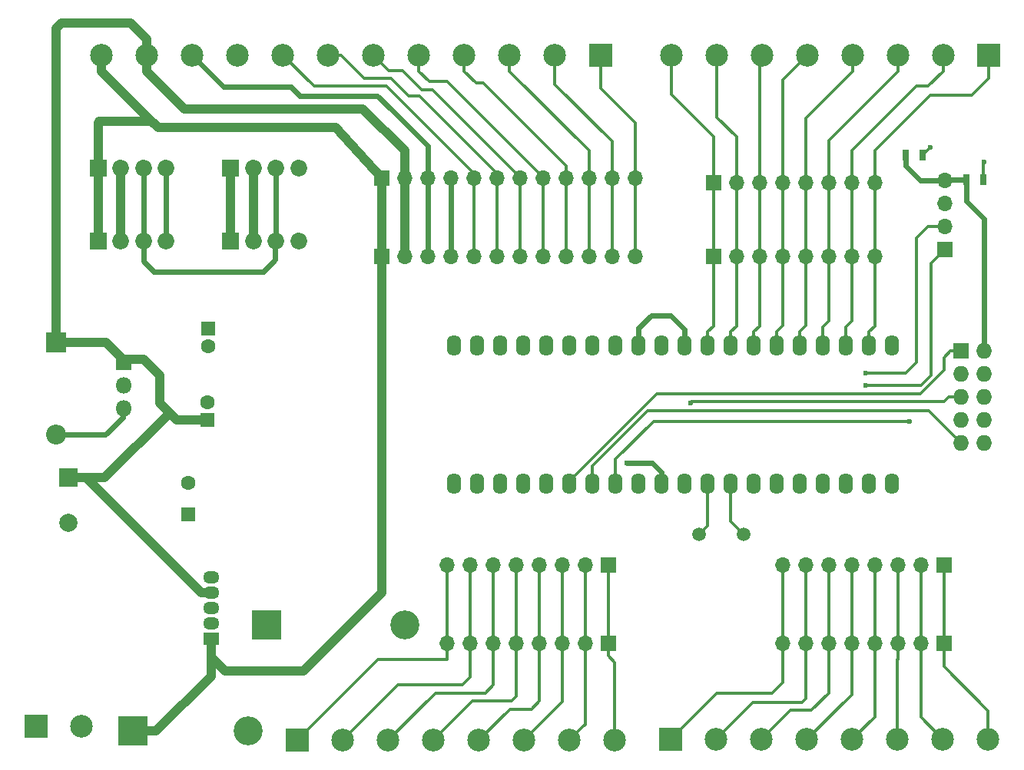
<source format=gbr>
G04 #@! TF.GenerationSoftware,KiCad,Pcbnew,5.0.1*
G04 #@! TF.CreationDate,2019-01-22T15:03:27+05:30*
G04 #@! TF.ProjectId,OpenPLC_V2,4F70656E504C435F56322E6B69636164,rev?*
G04 #@! TF.SameCoordinates,Original*
G04 #@! TF.FileFunction,Copper,L2,Bot,Signal*
G04 #@! TF.FilePolarity,Positive*
%FSLAX46Y46*%
G04 Gerber Fmt 4.6, Leading zero omitted, Abs format (unit mm)*
G04 Created by KiCad (PCBNEW 5.0.1) date Tue 22 Jan 2019 03:03:27 PM IST*
%MOMM*%
%LPD*%
G01*
G04 APERTURE LIST*
G04 #@! TA.AperFunction,ComponentPad*
%ADD10C,2.500000*%
G04 #@! TD*
G04 #@! TA.AperFunction,ComponentPad*
%ADD11R,2.500000X2.500000*%
G04 #@! TD*
G04 #@! TA.AperFunction,ComponentPad*
%ADD12C,1.501140*%
G04 #@! TD*
G04 #@! TA.AperFunction,ComponentPad*
%ADD13R,1.600000X1.600000*%
G04 #@! TD*
G04 #@! TA.AperFunction,ComponentPad*
%ADD14C,1.600000*%
G04 #@! TD*
G04 #@! TA.AperFunction,ComponentPad*
%ADD15O,2.200000X2.200000*%
G04 #@! TD*
G04 #@! TA.AperFunction,ComponentPad*
%ADD16R,2.200000X2.200000*%
G04 #@! TD*
G04 #@! TA.AperFunction,ComponentPad*
%ADD17R,1.727200X1.727200*%
G04 #@! TD*
G04 #@! TA.AperFunction,ComponentPad*
%ADD18O,1.727200X1.727200*%
G04 #@! TD*
G04 #@! TA.AperFunction,ComponentPad*
%ADD19R,1.700000X1.700000*%
G04 #@! TD*
G04 #@! TA.AperFunction,ComponentPad*
%ADD20O,1.700000X1.700000*%
G04 #@! TD*
G04 #@! TA.AperFunction,ComponentPad*
%ADD21O,1.800000X1.800000*%
G04 #@! TD*
G04 #@! TA.AperFunction,ComponentPad*
%ADD22R,1.800000X1.800000*%
G04 #@! TD*
G04 #@! TA.AperFunction,ComponentPad*
%ADD23O,3.200000X3.200000*%
G04 #@! TD*
G04 #@! TA.AperFunction,ComponentPad*
%ADD24R,3.200000X3.200000*%
G04 #@! TD*
G04 #@! TA.AperFunction,ComponentPad*
%ADD25C,2.000000*%
G04 #@! TD*
G04 #@! TA.AperFunction,ComponentPad*
%ADD26R,2.000000X2.000000*%
G04 #@! TD*
G04 #@! TA.AperFunction,SMDPad,CuDef*
%ADD27R,0.700000X1.300000*%
G04 #@! TD*
G04 #@! TA.AperFunction,ComponentPad*
%ADD28O,1.800000X1.350000*%
G04 #@! TD*
G04 #@! TA.AperFunction,ComponentPad*
%ADD29R,1.800000X1.350000*%
G04 #@! TD*
G04 #@! TA.AperFunction,ComponentPad*
%ADD30O,1.600000X2.300000*%
G04 #@! TD*
G04 #@! TA.AperFunction,ComponentPad*
%ADD31R,1.850000X1.850000*%
G04 #@! TD*
G04 #@! TA.AperFunction,ComponentPad*
%ADD32C,1.850000*%
G04 #@! TD*
G04 #@! TA.AperFunction,ViaPad*
%ADD33C,0.600000*%
G04 #@! TD*
G04 #@! TA.AperFunction,Conductor*
%ADD34C,1.000000*%
G04 #@! TD*
G04 #@! TA.AperFunction,Conductor*
%ADD35C,0.600000*%
G04 #@! TD*
G04 #@! TA.AperFunction,Conductor*
%ADD36C,0.350000*%
G04 #@! TD*
G04 APERTURE END LIST*
D10*
G04 #@! TO.P,P3,2*
G04 #@! TO.N,/A6*
X153242000Y-44831000D03*
D11*
G04 #@! TO.P,P3,1*
G04 #@! TO.N,/A7*
X158242000Y-44831000D03*
D10*
G04 #@! TO.P,P3,3*
G04 #@! TO.N,/A5*
X148242000Y-44831000D03*
G04 #@! TO.P,P3,4*
G04 #@! TO.N,/A4*
X143242000Y-44831000D03*
G04 #@! TO.P,P3,5*
G04 #@! TO.N,/A3*
X138242000Y-44831000D03*
G04 #@! TO.P,P3,6*
G04 #@! TO.N,/A2*
X133242000Y-44831000D03*
G04 #@! TO.P,P3,7*
G04 #@! TO.N,/A1*
X128242000Y-44831000D03*
G04 #@! TO.P,P3,8*
G04 #@! TO.N,/A0*
X123242000Y-44831000D03*
G04 #@! TO.P,P3,9*
G04 #@! TO.N,GND*
X118242000Y-44831000D03*
G04 #@! TO.P,P3,10*
G04 #@! TO.N,5V*
X113242000Y-44831000D03*
G04 #@! TO.P,P3,11*
G04 #@! TO.N,12V*
X108242000Y-44831000D03*
G04 #@! TO.P,P3,12*
G04 #@! TO.N,24V*
X103242000Y-44831000D03*
G04 #@! TD*
G04 #@! TO.P,P5,8*
G04 #@! TO.N,/C7*
X166041000Y-44831000D03*
G04 #@! TO.P,P5,7*
G04 #@! TO.N,/C6*
X171041000Y-44831000D03*
G04 #@! TO.P,P5,6*
G04 #@! TO.N,/C5*
X176041000Y-44831000D03*
G04 #@! TO.P,P5,5*
G04 #@! TO.N,/C4*
X181041000Y-44831000D03*
G04 #@! TO.P,P5,4*
G04 #@! TO.N,/C3*
X186041000Y-44831000D03*
G04 #@! TO.P,P5,3*
G04 #@! TO.N,/C2*
X191041000Y-44831000D03*
D11*
G04 #@! TO.P,P5,1*
G04 #@! TO.N,/C0*
X201041000Y-44831000D03*
D10*
G04 #@! TO.P,P5,2*
G04 #@! TO.N,/C1*
X196041000Y-44831000D03*
G04 #@! TD*
G04 #@! TO.P,P6,2*
G04 #@! TO.N,/TX*
X170989000Y-120269000D03*
D11*
G04 #@! TO.P,P6,1*
G04 #@! TO.N,/RX*
X165989000Y-120269000D03*
D10*
G04 #@! TO.P,P6,3*
G04 #@! TO.N,/D2*
X175989000Y-120269000D03*
G04 #@! TO.P,P6,4*
G04 #@! TO.N,/D3*
X180989000Y-120269000D03*
G04 #@! TO.P,P6,5*
G04 #@! TO.N,/D4*
X185989000Y-120269000D03*
G04 #@! TO.P,P6,6*
G04 #@! TO.N,/D5*
X190989000Y-120269000D03*
G04 #@! TO.P,P6,7*
G04 #@! TO.N,/D6*
X195989000Y-120269000D03*
G04 #@! TO.P,P6,8*
G04 #@! TO.N,/D7*
X200989000Y-120269000D03*
G04 #@! TD*
D12*
G04 #@! TO.P,Y1,1*
G04 #@! TO.N,Net-(C7-Pad2)*
X169136060Y-97663000D03*
G04 #@! TO.P,Y1,2*
G04 #@! TO.N,Net-(C8-Pad2)*
X174017940Y-97663000D03*
G04 #@! TD*
D10*
G04 #@! TO.P,powerIn1,2*
G04 #@! TO.N,24V*
X101012000Y-118872000D03*
D11*
G04 #@! TO.P,powerIn1,1*
G04 #@! TO.N,GND*
X96012000Y-118872000D03*
G04 #@! TD*
D13*
G04 #@! TO.P,C2,1*
G04 #@! TO.N,12V*
X114935000Y-85090000D03*
D14*
G04 #@! TO.P,C2,2*
G04 #@! TO.N,GND*
X114935000Y-83090000D03*
G04 #@! TD*
D15*
G04 #@! TO.P,D1,2*
G04 #@! TO.N,5V*
X98231960Y-86677500D03*
D16*
G04 #@! TO.P,D1,1*
G04 #@! TO.N,12V*
X98231960Y-76517500D03*
G04 #@! TD*
D17*
G04 #@! TO.P,CON2,1*
G04 #@! TO.N,/MOSI*
X197993000Y-77470000D03*
D18*
G04 #@! TO.P,CON2,2*
G04 #@! TO.N,5V*
X200533000Y-77470000D03*
G04 #@! TO.P,CON2,3*
G04 #@! TO.N,Net-(CON2-Pad3)*
X197993000Y-80010000D03*
G04 #@! TO.P,CON2,4*
G04 #@! TO.N,GND*
X200533000Y-80010000D03*
G04 #@! TO.P,CON2,5*
G04 #@! TO.N,/RST*
X197993000Y-82550000D03*
G04 #@! TO.P,CON2,6*
G04 #@! TO.N,GND*
X200533000Y-82550000D03*
G04 #@! TO.P,CON2,7*
G04 #@! TO.N,/SCK*
X197993000Y-85090000D03*
G04 #@! TO.P,CON2,8*
G04 #@! TO.N,GND*
X200533000Y-85090000D03*
G04 #@! TO.P,CON2,9*
G04 #@! TO.N,/MISO*
X197993000Y-87630000D03*
G04 #@! TO.P,CON2,10*
G04 #@! TO.N,GND*
X200533000Y-87630000D03*
G04 #@! TD*
D19*
G04 #@! TO.P,P14,1*
G04 #@! TO.N,/C7*
X170688000Y-58928000D03*
D20*
G04 #@! TO.P,P14,2*
G04 #@! TO.N,/C6*
X173228000Y-58928000D03*
G04 #@! TO.P,P14,3*
G04 #@! TO.N,/C5*
X175768000Y-58928000D03*
G04 #@! TO.P,P14,4*
G04 #@! TO.N,/C4*
X178308000Y-58928000D03*
G04 #@! TO.P,P14,5*
G04 #@! TO.N,/C3*
X180848000Y-58928000D03*
G04 #@! TO.P,P14,6*
G04 #@! TO.N,/C2*
X183388000Y-58928000D03*
G04 #@! TO.P,P14,7*
G04 #@! TO.N,/C1*
X185928000Y-58928000D03*
G04 #@! TO.P,P14,8*
G04 #@! TO.N,/C0*
X188468000Y-58928000D03*
G04 #@! TD*
G04 #@! TO.P,P15,8*
G04 #@! TO.N,/RX*
X178308000Y-109728000D03*
G04 #@! TO.P,P15,7*
G04 #@! TO.N,/TX*
X180848000Y-109728000D03*
G04 #@! TO.P,P15,6*
G04 #@! TO.N,/D2*
X183388000Y-109728000D03*
G04 #@! TO.P,P15,5*
G04 #@! TO.N,/D3*
X185928000Y-109728000D03*
G04 #@! TO.P,P15,4*
G04 #@! TO.N,/D4*
X188468000Y-109728000D03*
G04 #@! TO.P,P15,3*
G04 #@! TO.N,/D5*
X191008000Y-109728000D03*
G04 #@! TO.P,P15,2*
G04 #@! TO.N,/D6*
X193548000Y-109728000D03*
D19*
G04 #@! TO.P,P15,1*
G04 #@! TO.N,/D7*
X196088000Y-109728000D03*
G04 #@! TD*
D20*
G04 #@! TO.P,P9,12*
G04 #@! TO.N,/A7*
X162052000Y-67056000D03*
G04 #@! TO.P,P9,11*
G04 #@! TO.N,/A6*
X159512000Y-67056000D03*
G04 #@! TO.P,P9,10*
G04 #@! TO.N,/A5*
X156972000Y-67056000D03*
G04 #@! TO.P,P9,9*
G04 #@! TO.N,/A4*
X154432000Y-67056000D03*
G04 #@! TO.P,P9,8*
G04 #@! TO.N,/A3*
X151892000Y-67056000D03*
G04 #@! TO.P,P9,7*
G04 #@! TO.N,/A2*
X149352000Y-67056000D03*
G04 #@! TO.P,P9,6*
G04 #@! TO.N,/A1*
X146812000Y-67056000D03*
G04 #@! TO.P,P9,5*
G04 #@! TO.N,/A0*
X144272000Y-67056000D03*
G04 #@! TO.P,P9,4*
G04 #@! TO.N,GND*
X141732000Y-67056000D03*
G04 #@! TO.P,P9,3*
G04 #@! TO.N,5V*
X139192000Y-67056000D03*
G04 #@! TO.P,P9,2*
G04 #@! TO.N,12V*
X136652000Y-67056000D03*
D19*
G04 #@! TO.P,P9,1*
G04 #@! TO.N,24V*
X134112000Y-67056000D03*
G04 #@! TD*
D20*
G04 #@! TO.P,P8,8*
G04 #@! TO.N,/B0*
X141376400Y-101092000D03*
G04 #@! TO.P,P8,7*
G04 #@! TO.N,/B1*
X143916400Y-101092000D03*
G04 #@! TO.P,P8,6*
G04 #@! TO.N,/B2*
X146456400Y-101092000D03*
G04 #@! TO.P,P8,5*
G04 #@! TO.N,/B3*
X148996400Y-101092000D03*
G04 #@! TO.P,P8,4*
G04 #@! TO.N,/B4*
X151536400Y-101092000D03*
G04 #@! TO.P,P8,3*
G04 #@! TO.N,/MOSI*
X154076400Y-101092000D03*
G04 #@! TO.P,P8,2*
G04 #@! TO.N,/MISO*
X156616400Y-101092000D03*
D19*
G04 #@! TO.P,P8,1*
G04 #@! TO.N,/SCK*
X159156400Y-101092000D03*
G04 #@! TD*
D20*
G04 #@! TO.P,P12,12*
G04 #@! TO.N,/A7*
X162052000Y-58420000D03*
G04 #@! TO.P,P12,11*
G04 #@! TO.N,/A6*
X159512000Y-58420000D03*
G04 #@! TO.P,P12,10*
G04 #@! TO.N,/A5*
X156972000Y-58420000D03*
G04 #@! TO.P,P12,9*
G04 #@! TO.N,/A4*
X154432000Y-58420000D03*
G04 #@! TO.P,P12,8*
G04 #@! TO.N,/A3*
X151892000Y-58420000D03*
G04 #@! TO.P,P12,7*
G04 #@! TO.N,/A2*
X149352000Y-58420000D03*
G04 #@! TO.P,P12,6*
G04 #@! TO.N,/A1*
X146812000Y-58420000D03*
G04 #@! TO.P,P12,5*
G04 #@! TO.N,/A0*
X144272000Y-58420000D03*
G04 #@! TO.P,P12,4*
G04 #@! TO.N,GND*
X141732000Y-58420000D03*
G04 #@! TO.P,P12,3*
G04 #@! TO.N,5V*
X139192000Y-58420000D03*
G04 #@! TO.P,P12,2*
G04 #@! TO.N,12V*
X136652000Y-58420000D03*
D19*
G04 #@! TO.P,P12,1*
G04 #@! TO.N,24V*
X134112000Y-58420000D03*
G04 #@! TD*
D21*
G04 #@! TO.P,U1,3*
G04 #@! TO.N,5V*
X105664000Y-83820000D03*
G04 #@! TO.P,U1,2*
G04 #@! TO.N,GND*
X105664000Y-81280000D03*
D22*
G04 #@! TO.P,U1,1*
G04 #@! TO.N,12V*
X105664000Y-78740000D03*
G04 #@! TD*
D20*
G04 #@! TO.P,P7,4*
G04 #@! TO.N,5V*
X196215000Y-58674000D03*
G04 #@! TO.P,P7,3*
G04 #@! TO.N,GND*
X196215000Y-61214000D03*
G04 #@! TO.P,P7,2*
G04 #@! TO.N,/RX*
X196215000Y-63754000D03*
D19*
G04 #@! TO.P,P7,1*
G04 #@! TO.N,/TX*
X196215000Y-66294000D03*
G04 #@! TD*
D23*
G04 #@! TO.P,D3,2*
G04 #@! TO.N,GND*
X136652000Y-107696000D03*
D24*
G04 #@! TO.P,D3,1*
G04 #@! TO.N,Net-(D3-Pad1)*
X121412000Y-107696000D03*
G04 #@! TD*
D19*
G04 #@! TO.P,P10,1*
G04 #@! TO.N,/C7*
X170688000Y-67056000D03*
D20*
G04 #@! TO.P,P10,2*
G04 #@! TO.N,/C6*
X173228000Y-67056000D03*
G04 #@! TO.P,P10,3*
G04 #@! TO.N,/C5*
X175768000Y-67056000D03*
G04 #@! TO.P,P10,4*
G04 #@! TO.N,/C4*
X178308000Y-67056000D03*
G04 #@! TO.P,P10,5*
G04 #@! TO.N,/C3*
X180848000Y-67056000D03*
G04 #@! TO.P,P10,6*
G04 #@! TO.N,/C2*
X183388000Y-67056000D03*
G04 #@! TO.P,P10,7*
G04 #@! TO.N,/C1*
X185928000Y-67056000D03*
G04 #@! TO.P,P10,8*
G04 #@! TO.N,/C0*
X188468000Y-67056000D03*
G04 #@! TD*
D25*
G04 #@! TO.P,Cout1,2*
G04 #@! TO.N,GND*
X99568000Y-96440000D03*
D26*
G04 #@! TO.P,Cout1,1*
G04 #@! TO.N,12V*
X99568000Y-91440000D03*
G04 #@! TD*
D10*
G04 #@! TO.P,P4,2*
G04 #@! TO.N,/B1*
X129841000Y-120396000D03*
D11*
G04 #@! TO.P,P4,1*
G04 #@! TO.N,/B0*
X124841000Y-120396000D03*
D10*
G04 #@! TO.P,P4,3*
G04 #@! TO.N,/B2*
X134841000Y-120396000D03*
G04 #@! TO.P,P4,4*
G04 #@! TO.N,/B3*
X139841000Y-120396000D03*
G04 #@! TO.P,P4,5*
G04 #@! TO.N,/B4*
X144841000Y-120396000D03*
G04 #@! TO.P,P4,6*
G04 #@! TO.N,/MOSI*
X149841000Y-120396000D03*
G04 #@! TO.P,P4,7*
G04 #@! TO.N,/MISO*
X154841000Y-120396000D03*
G04 #@! TO.P,P4,8*
G04 #@! TO.N,/SCK*
X159841000Y-120396000D03*
G04 #@! TD*
D13*
G04 #@! TO.P,C3,1*
G04 #@! TO.N,5V*
X114998500Y-74962000D03*
D14*
G04 #@! TO.P,C3,2*
G04 #@! TO.N,GND*
X114998500Y-76962000D03*
G04 #@! TD*
D27*
G04 #@! TO.P,R4,1*
G04 #@! TO.N,Net-(D36-Pad2)*
X193799500Y-55816500D03*
G04 #@! TO.P,R4,2*
G04 #@! TO.N,5V*
X191899500Y-55816500D03*
G04 #@! TD*
D23*
G04 #@! TO.P,D4,2*
G04 #@! TO.N,GND*
X119380000Y-119380000D03*
D24*
G04 #@! TO.P,D4,1*
G04 #@! TO.N,24V*
X106680000Y-119380000D03*
G04 #@! TD*
D13*
G04 #@! TO.P,Cin1,1*
G04 #@! TO.N,24V*
X112776000Y-95504000D03*
D14*
G04 #@! TO.P,Cin1,2*
G04 #@! TO.N,GND*
X112776000Y-92004000D03*
G04 #@! TD*
D28*
G04 #@! TO.P,Regulator1,5*
G04 #@! TO.N,GND*
X115316000Y-102420000D03*
G04 #@! TO.P,Regulator1,4*
G04 #@! TO.N,12V*
X115316000Y-104120000D03*
G04 #@! TO.P,Regulator1,3*
G04 #@! TO.N,GND*
X115316000Y-105820000D03*
G04 #@! TO.P,Regulator1,2*
G04 #@! TO.N,Net-(D3-Pad1)*
X115316000Y-107520000D03*
D29*
G04 #@! TO.P,Regulator1,1*
G04 #@! TO.N,24V*
X115316000Y-109220000D03*
G04 #@! TD*
D30*
G04 #@! TO.P,IC1,1*
G04 #@! TO.N,/B0*
X142113000Y-92075000D03*
G04 #@! TO.P,IC1,2*
G04 #@! TO.N,/B1*
X144653000Y-92075000D03*
G04 #@! TO.P,IC1,3*
G04 #@! TO.N,/B2*
X147193000Y-92075000D03*
G04 #@! TO.P,IC1,4*
G04 #@! TO.N,/B3*
X149733000Y-92075000D03*
G04 #@! TO.P,IC1,5*
G04 #@! TO.N,/B4*
X152273000Y-92075000D03*
G04 #@! TO.P,IC1,6*
G04 #@! TO.N,/MOSI*
X154813000Y-92075000D03*
G04 #@! TO.P,IC1,7*
G04 #@! TO.N,/MISO*
X157353000Y-92075000D03*
G04 #@! TO.P,IC1,8*
G04 #@! TO.N,/SCK*
X159893000Y-92075000D03*
G04 #@! TO.P,IC1,9*
G04 #@! TO.N,/RST*
X162433000Y-92075000D03*
G04 #@! TO.P,IC1,10*
G04 #@! TO.N,5V*
X164973000Y-92075000D03*
G04 #@! TO.P,IC1,11*
G04 #@! TO.N,GND*
X167513000Y-92075000D03*
G04 #@! TO.P,IC1,12*
G04 #@! TO.N,Net-(C7-Pad2)*
X170053000Y-92075000D03*
G04 #@! TO.P,IC1,13*
G04 #@! TO.N,Net-(C8-Pad2)*
X172593000Y-92075000D03*
G04 #@! TO.P,IC1,14*
G04 #@! TO.N,/RX*
X175133000Y-92075000D03*
G04 #@! TO.P,IC1,15*
G04 #@! TO.N,/TX*
X177673000Y-92075000D03*
G04 #@! TO.P,IC1,16*
G04 #@! TO.N,/D2*
X180213000Y-92075000D03*
G04 #@! TO.P,IC1,17*
G04 #@! TO.N,/D3*
X182753000Y-92075000D03*
G04 #@! TO.P,IC1,18*
G04 #@! TO.N,/D4*
X185293000Y-92075000D03*
G04 #@! TO.P,IC1,19*
G04 #@! TO.N,/D5*
X187833000Y-92075000D03*
G04 #@! TO.P,IC1,20*
G04 #@! TO.N,/D6*
X190373000Y-92075000D03*
G04 #@! TO.P,IC1,21*
G04 #@! TO.N,/D7*
X190373000Y-76835000D03*
G04 #@! TO.P,IC1,22*
G04 #@! TO.N,/C0*
X187833000Y-76835000D03*
G04 #@! TO.P,IC1,23*
G04 #@! TO.N,/C1*
X185293000Y-76835000D03*
G04 #@! TO.P,IC1,24*
G04 #@! TO.N,/C2*
X182753000Y-76835000D03*
G04 #@! TO.P,IC1,25*
G04 #@! TO.N,/C3*
X180213000Y-76835000D03*
G04 #@! TO.P,IC1,26*
G04 #@! TO.N,/C4*
X177673000Y-76835000D03*
G04 #@! TO.P,IC1,27*
G04 #@! TO.N,/C5*
X175133000Y-76835000D03*
G04 #@! TO.P,IC1,28*
G04 #@! TO.N,/C6*
X172593000Y-76835000D03*
G04 #@! TO.P,IC1,29*
G04 #@! TO.N,/C7*
X170053000Y-76835000D03*
G04 #@! TO.P,IC1,30*
G04 #@! TO.N,5V*
X167513000Y-76835000D03*
G04 #@! TO.P,IC1,31*
G04 #@! TO.N,GND*
X164973000Y-76835000D03*
G04 #@! TO.P,IC1,32*
G04 #@! TO.N,5V*
X162433000Y-76835000D03*
G04 #@! TO.P,IC1,33*
G04 #@! TO.N,/A7*
X159893000Y-76835000D03*
G04 #@! TO.P,IC1,34*
G04 #@! TO.N,/A6*
X157353000Y-76835000D03*
G04 #@! TO.P,IC1,35*
G04 #@! TO.N,/A5*
X154813000Y-76835000D03*
G04 #@! TO.P,IC1,36*
G04 #@! TO.N,/A4*
X152273000Y-76835000D03*
G04 #@! TO.P,IC1,37*
G04 #@! TO.N,/A3*
X149733000Y-76835000D03*
G04 #@! TO.P,IC1,38*
G04 #@! TO.N,/A2*
X147193000Y-76835000D03*
G04 #@! TO.P,IC1,39*
G04 #@! TO.N,/A1*
X144653000Y-76835000D03*
G04 #@! TO.P,IC1,40*
G04 #@! TO.N,/A0*
X142113000Y-76835000D03*
G04 #@! TD*
D31*
G04 #@! TO.P,J4,1*
G04 #@! TO.N,24V*
X117500400Y-65303400D03*
D32*
G04 #@! TO.P,J4,2*
G04 #@! TO.N,12V*
X120000400Y-65303400D03*
G04 #@! TO.P,J4,3*
G04 #@! TO.N,5V*
X122500400Y-65303400D03*
G04 #@! TO.P,J4,4*
G04 #@! TO.N,GND*
X125000400Y-65303400D03*
G04 #@! TD*
D31*
G04 #@! TO.P,J3,1*
G04 #@! TO.N,24V*
X102870000Y-65303400D03*
D32*
G04 #@! TO.P,J3,2*
G04 #@! TO.N,12V*
X105370000Y-65303400D03*
G04 #@! TO.P,J3,3*
G04 #@! TO.N,5V*
X107870000Y-65303400D03*
G04 #@! TO.P,J3,4*
G04 #@! TO.N,GND*
X110370000Y-65303400D03*
G04 #@! TD*
D20*
G04 #@! TO.P,P11,8*
G04 #@! TO.N,/RX*
X178308000Y-101092000D03*
G04 #@! TO.P,P11,7*
G04 #@! TO.N,/TX*
X180848000Y-101092000D03*
G04 #@! TO.P,P11,6*
G04 #@! TO.N,/D2*
X183388000Y-101092000D03*
G04 #@! TO.P,P11,5*
G04 #@! TO.N,/D3*
X185928000Y-101092000D03*
G04 #@! TO.P,P11,4*
G04 #@! TO.N,/D4*
X188468000Y-101092000D03*
G04 #@! TO.P,P11,3*
G04 #@! TO.N,/D5*
X191008000Y-101092000D03*
G04 #@! TO.P,P11,2*
G04 #@! TO.N,/D6*
X193548000Y-101092000D03*
D19*
G04 #@! TO.P,P11,1*
G04 #@! TO.N,/D7*
X196088000Y-101092000D03*
G04 #@! TD*
D20*
G04 #@! TO.P,P13,8*
G04 #@! TO.N,/B0*
X141376400Y-109728000D03*
G04 #@! TO.P,P13,7*
G04 #@! TO.N,/B1*
X143916400Y-109728000D03*
G04 #@! TO.P,P13,6*
G04 #@! TO.N,/B2*
X146456400Y-109728000D03*
G04 #@! TO.P,P13,5*
G04 #@! TO.N,/B3*
X148996400Y-109728000D03*
G04 #@! TO.P,P13,4*
G04 #@! TO.N,/B4*
X151536400Y-109728000D03*
G04 #@! TO.P,P13,3*
G04 #@! TO.N,/MOSI*
X154076400Y-109728000D03*
G04 #@! TO.P,P13,2*
G04 #@! TO.N,/MISO*
X156616400Y-109728000D03*
D19*
G04 #@! TO.P,P13,1*
G04 #@! TO.N,/SCK*
X159156400Y-109728000D03*
G04 #@! TD*
D31*
G04 #@! TO.P,J1,1*
G04 #@! TO.N,24V*
X102870000Y-57327800D03*
D32*
G04 #@! TO.P,J1,2*
G04 #@! TO.N,12V*
X105370000Y-57327800D03*
G04 #@! TO.P,J1,3*
G04 #@! TO.N,5V*
X107870000Y-57327800D03*
G04 #@! TO.P,J1,4*
G04 #@! TO.N,GND*
X110370000Y-57327800D03*
G04 #@! TD*
D27*
G04 #@! TO.P,R5,1*
G04 #@! TO.N,Net-(D37-Pad2)*
X200467000Y-58547000D03*
G04 #@! TO.P,R5,2*
G04 #@! TO.N,5V*
X198567000Y-58547000D03*
G04 #@! TD*
D32*
G04 #@! TO.P,J2,4*
G04 #@! TO.N,GND*
X125000400Y-57327800D03*
G04 #@! TO.P,J2,3*
G04 #@! TO.N,5V*
X122500400Y-57327800D03*
G04 #@! TO.P,J2,2*
G04 #@! TO.N,12V*
X120000400Y-57327800D03*
D31*
G04 #@! TO.P,J2,1*
G04 #@! TO.N,24V*
X117500400Y-57327800D03*
G04 #@! TD*
D33*
G04 #@! TO.N,5V*
X161163000Y-89789000D03*
G04 #@! TO.N,/RST*
X168148000Y-83185000D03*
G04 #@! TO.N,/SCK*
X192278000Y-85217000D03*
G04 #@! TO.N,/RX*
X187452000Y-79883000D03*
G04 #@! TO.N,/TX*
X187452000Y-81280000D03*
G04 #@! TO.N,Net-(D36-Pad2)*
X194564000Y-54991000D03*
G04 #@! TO.N,Net-(D37-Pad2)*
X200533000Y-56642000D03*
G04 #@! TD*
D34*
G04 #@! TO.N,12V*
X127000000Y-50774600D02*
X132054600Y-50774600D01*
X112417834Y-50774600D02*
X127000000Y-50774600D01*
X108242000Y-44831000D02*
X108242000Y-46598766D01*
X108242000Y-46598766D02*
X112417834Y-50774600D01*
X99568000Y-91440000D02*
X103568500Y-91440000D01*
X103568500Y-91440000D02*
X110744000Y-84264500D01*
X99568000Y-91440000D02*
X101568000Y-91440000D01*
X101568000Y-91440000D02*
X114248000Y-104120000D01*
X114248000Y-104120000D02*
X115316000Y-104120000D01*
X136652000Y-58420000D02*
X136652000Y-67056000D01*
X110744000Y-84264500D02*
X111569500Y-85090000D01*
X109664500Y-83185000D02*
X110744000Y-84264500D01*
X132054600Y-50774600D02*
X136652000Y-55372000D01*
X136652000Y-55372000D02*
X136652000Y-58420000D01*
D35*
X108242000Y-44831000D02*
X108242000Y-44488000D01*
D34*
X136779000Y-58547000D02*
X136652000Y-58420000D01*
D35*
X136779000Y-58547000D02*
X136652000Y-58420000D01*
D34*
X103759000Y-76517500D02*
X105600500Y-78359000D01*
X98234500Y-76517500D02*
X103759000Y-76517500D01*
X107909998Y-78359000D02*
X109664500Y-80113502D01*
X105600500Y-78359000D02*
X107909998Y-78359000D01*
X109664500Y-80113502D02*
X109664500Y-83185000D01*
X111569500Y-85090000D02*
X114935000Y-85090000D01*
X108242000Y-43063234D02*
X106453766Y-41275000D01*
X108242000Y-44831000D02*
X108242000Y-43063234D01*
X106453766Y-41275000D02*
X98856800Y-41275000D01*
X98234500Y-41897300D02*
X98234500Y-76517500D01*
X98856800Y-41275000D02*
X98234500Y-41897300D01*
X105370000Y-65303400D02*
X105370000Y-57327800D01*
X119898800Y-57683400D02*
X120000400Y-57581800D01*
X114871500Y-85153500D02*
X114935000Y-85090000D01*
X120000400Y-57327800D02*
X120000400Y-65303400D01*
D35*
G04 #@! TO.N,GND*
X141859000Y-58547000D02*
X141732000Y-58420000D01*
X141732000Y-67056000D02*
X141732000Y-58420000D01*
X110370000Y-57327800D02*
X110370000Y-65303400D01*
G04 #@! TO.N,5V*
X191899500Y-55816500D02*
X191899500Y-57066500D01*
X191899500Y-57066500D02*
X193507000Y-58674000D01*
X193507000Y-58674000D02*
X194599000Y-58674000D01*
X139192000Y-58420000D02*
X139192000Y-67056000D01*
X98234500Y-86677500D02*
X103712570Y-86677500D01*
X103712570Y-86677500D02*
X105600500Y-84789570D01*
X198567000Y-58547000D02*
X198567000Y-60899000D01*
X198567000Y-60899000D02*
X200533000Y-62865000D01*
X198567000Y-58547000D02*
X196342000Y-58547000D01*
X196342000Y-58547000D02*
X196215000Y-58674000D01*
X167513000Y-75057000D02*
X167513000Y-76835000D01*
X165989000Y-73533000D02*
X167513000Y-75057000D01*
X163830000Y-73533000D02*
X165989000Y-73533000D01*
X162433000Y-74930000D02*
X163830000Y-73533000D01*
X162433000Y-76835000D02*
X162433000Y-74930000D01*
X163957000Y-89789000D02*
X161163000Y-89789000D01*
X164973000Y-90805000D02*
X163957000Y-89789000D01*
X164973000Y-92075000D02*
X164973000Y-90805000D01*
X198440000Y-58674000D02*
X198567000Y-58547000D01*
X200533000Y-62865000D02*
X200533000Y-77470000D01*
X125120400Y-49301400D02*
X132588000Y-49301400D01*
X116747200Y-48336200D02*
X113242000Y-44831000D01*
X124155200Y-48336200D02*
X116747200Y-48336200D01*
X124155200Y-48336200D02*
X125120400Y-49301400D01*
X113242000Y-44831000D02*
X113242000Y-45043000D01*
X107870000Y-57327800D02*
X107870000Y-65303400D01*
X105600500Y-84789570D02*
X105600500Y-83883500D01*
X105600500Y-83883500D02*
X105664000Y-83820000D01*
X105600500Y-84789570D02*
X105600500Y-84762001D01*
X107870000Y-65303400D02*
X107870000Y-67534800D01*
X107870000Y-67534800D02*
X109016800Y-68681600D01*
X109016800Y-68681600D02*
X121107200Y-68681600D01*
X121107200Y-68681600D02*
X122398800Y-67390000D01*
X122398800Y-67390000D02*
X122398800Y-65252600D01*
X194599000Y-58674000D02*
X196215000Y-58674000D01*
X139192000Y-54864000D02*
X135128000Y-50800000D01*
X133629400Y-49301400D02*
X132588000Y-49301400D01*
X133629400Y-49301400D02*
X135128000Y-50800000D01*
X139192000Y-58420000D02*
X139192000Y-54864000D01*
X122500400Y-58635947D02*
X122500400Y-65303400D01*
X122500400Y-57327800D02*
X122500400Y-58635947D01*
D36*
G04 #@! TO.N,Net-(C7-Pad2)*
X170053000Y-92075000D02*
X170053000Y-96746060D01*
X170053000Y-96746060D02*
X169136060Y-97663000D01*
G04 #@! TO.N,Net-(C8-Pad2)*
X172593000Y-96238060D02*
X174017940Y-97663000D01*
X172593000Y-92075000D02*
X172593000Y-96238060D01*
G04 #@! TO.N,/MOSI*
X154813000Y-92075000D02*
X154813000Y-91821000D01*
X154813000Y-91821000D02*
X164465000Y-82169000D01*
X196779400Y-77470000D02*
X197993000Y-77470000D01*
X164465000Y-82169000D02*
X193507542Y-82169000D01*
X196088000Y-79588542D02*
X196088000Y-78161400D01*
X193507542Y-82169000D02*
X196088000Y-79588542D01*
X196088000Y-78161400D02*
X196779400Y-77470000D01*
X154076400Y-109728000D02*
X154076400Y-108362000D01*
X154076400Y-108362000D02*
X154076400Y-101092000D01*
X149841000Y-120396000D02*
X154076400Y-116160600D01*
X154076400Y-116160600D02*
X154076400Y-109728000D01*
G04 #@! TO.N,/RST*
X196596000Y-82550000D02*
X197993000Y-82550000D01*
X168275000Y-83058000D02*
X196088000Y-83058000D01*
X196088000Y-83058000D02*
X196596000Y-82550000D01*
X168148000Y-83185000D02*
X168275000Y-83058000D01*
G04 #@! TO.N,/SCK*
X159156400Y-111094000D02*
X159156400Y-109728000D01*
X159841000Y-120396000D02*
X159841000Y-111778600D01*
X159841000Y-111778600D02*
X159156400Y-111094000D01*
X159156400Y-109728000D02*
X159156400Y-101092000D01*
X164084000Y-85217000D02*
X192278000Y-85217000D01*
X159893000Y-89408000D02*
X164084000Y-85217000D01*
X159893000Y-92075000D02*
X159893000Y-89408000D01*
G04 #@! TO.N,/MISO*
X157353000Y-90170000D02*
X163449000Y-84074000D01*
X194437000Y-84074000D02*
X197993000Y-87630000D01*
X156365000Y-118872000D02*
X154841000Y-120396000D01*
X156591000Y-118646000D02*
X156365000Y-118872000D01*
X156616400Y-118620600D02*
X156365000Y-118872000D01*
X156616400Y-109728000D02*
X156616400Y-118620600D01*
X156616400Y-109728000D02*
X156616400Y-106680000D01*
X156616400Y-106045000D02*
X156616400Y-106680000D01*
X156616400Y-106680000D02*
X156616400Y-101092000D01*
X157353000Y-92075000D02*
X157353000Y-91186000D01*
X163449000Y-84074000D02*
X194437000Y-84074000D01*
X157353000Y-92075000D02*
X157353000Y-90170000D01*
G04 #@! TO.N,/RX*
X193040000Y-78740000D02*
X193040000Y-65024000D01*
X187452000Y-79883000D02*
X191897000Y-79883000D01*
X194310000Y-63754000D02*
X196215000Y-63754000D01*
X175133000Y-92075000D02*
X175133000Y-92329000D01*
X191897000Y-79883000D02*
X193040000Y-78740000D01*
X193040000Y-65024000D02*
X194310000Y-63754000D01*
X178308000Y-107772200D02*
X178308000Y-112268000D01*
X178308000Y-107696000D02*
X178308000Y-107772200D01*
X178308000Y-114046000D02*
X177165000Y-115189000D01*
X177165000Y-115189000D02*
X171069000Y-115189000D01*
X171069000Y-115189000D02*
X165989000Y-120269000D01*
X178308000Y-112268000D02*
X178308000Y-114046000D01*
X178308000Y-107772200D02*
X178308000Y-101092000D01*
G04 #@! TO.N,/TX*
X194691000Y-80137000D02*
X194691000Y-67818000D01*
X193548000Y-81280000D02*
X194691000Y-80137000D01*
X180848000Y-108432600D02*
X180848000Y-107696000D01*
X194691000Y-67818000D02*
X196215000Y-66294000D01*
X187452000Y-81280000D02*
X193548000Y-81280000D01*
X180848000Y-107873800D02*
X180848000Y-112268000D01*
X180848000Y-107696000D02*
X180848000Y-107873800D01*
X180848000Y-115824000D02*
X180467000Y-116205000D01*
X180467000Y-116205000D02*
X175053000Y-116205000D01*
X175053000Y-116205000D02*
X170989000Y-120269000D01*
X180848000Y-112268000D02*
X180848000Y-115824000D01*
X180848000Y-107873800D02*
X180848000Y-101092000D01*
D34*
G04 #@! TO.N,24V*
X134112000Y-67056000D02*
X134112000Y-104140000D01*
X115316000Y-110236000D02*
X115316000Y-109220000D01*
X115316000Y-111252000D02*
X115316000Y-110236000D01*
X106680000Y-119380000D02*
X109280000Y-119380000D01*
X115316000Y-113344000D02*
X115316000Y-110236000D01*
X109280000Y-119380000D02*
X115316000Y-113344000D01*
X116840000Y-112776000D02*
X115316000Y-111252000D01*
X134112000Y-58420000D02*
X134112000Y-67056000D01*
X108356400Y-51713166D02*
X109475234Y-52832000D01*
X129073400Y-52832000D02*
X134112000Y-58420000D01*
D35*
X134239000Y-58547000D02*
X134112000Y-58420000D01*
D34*
X102997000Y-44831000D02*
X103242000Y-44831000D01*
X103242000Y-44831000D02*
X103242000Y-45330000D01*
X109475234Y-52832000D02*
X129073400Y-52832000D01*
X103242000Y-44831000D02*
X103242000Y-46598766D01*
X103242000Y-46598766D02*
X108356400Y-51713166D01*
X102870000Y-65303400D02*
X102870000Y-57327800D01*
X117500400Y-65151000D02*
X117398800Y-65252600D01*
X102870000Y-57327800D02*
X102870000Y-52298600D01*
X134112000Y-104140000D02*
X125476000Y-112776000D01*
X125476000Y-112776000D02*
X116840000Y-112776000D01*
X102870000Y-52298600D02*
X103022400Y-52146200D01*
X108789434Y-52146200D02*
X109475234Y-52832000D01*
X103022400Y-52146200D02*
X108789434Y-52146200D01*
X117500400Y-65303400D02*
X117500400Y-57327800D01*
D36*
G04 #@! TO.N,Net-(D36-Pad2)*
X193736000Y-55819000D02*
X194564000Y-54991000D01*
X193736000Y-55880000D02*
X193736000Y-55819000D01*
G04 #@! TO.N,Net-(D37-Pad2)*
X200467000Y-56708000D02*
X200533000Y-56642000D01*
X200467000Y-58547000D02*
X200467000Y-56708000D01*
G04 #@! TO.N,/B0*
X141376400Y-106045000D02*
X141376400Y-106680000D01*
X141376400Y-106680000D02*
X141376400Y-111480600D01*
X141376400Y-106680000D02*
X141376400Y-101092000D01*
X133756400Y-111480600D02*
X124841000Y-120396000D01*
X141376400Y-111480600D02*
X133756400Y-111480600D01*
G04 #@! TO.N,/B1*
X143916400Y-107188000D02*
X143916400Y-109728000D01*
X135937000Y-114300000D02*
X143002000Y-114300000D01*
X129841000Y-120396000D02*
X135937000Y-114300000D01*
X143002000Y-114300000D02*
X143916400Y-113385600D01*
X143916400Y-113385600D02*
X143916400Y-109728000D01*
X143916400Y-106045000D02*
X143916400Y-107188000D01*
X143916400Y-107188000D02*
X143916400Y-101092000D01*
G04 #@! TO.N,/B2*
X140048000Y-115189000D02*
X145576998Y-115189000D01*
X134841000Y-120396000D02*
X140048000Y-115189000D01*
X146456400Y-114309598D02*
X146456400Y-109728000D01*
X145576998Y-115189000D02*
X146456400Y-114309598D01*
X146456400Y-106680000D02*
X146456400Y-109728000D01*
X146456400Y-106045000D02*
X146456400Y-106680000D01*
X146456400Y-106680000D02*
X146456400Y-101092000D01*
G04 #@! TO.N,/B3*
X148996400Y-109728000D02*
X148996400Y-101092000D01*
X148996400Y-109728000D02*
X148996400Y-115544600D01*
X148996400Y-115544600D02*
X148463000Y-116078000D01*
X148971000Y-115570000D02*
X148463000Y-116078000D01*
X148463000Y-116078000D02*
X144159000Y-116078000D01*
X144159000Y-116078000D02*
X139841000Y-120396000D01*
G04 #@! TO.N,/B4*
X151536400Y-116052600D02*
X150622000Y-116967000D01*
X151536400Y-109728000D02*
X151536400Y-116052600D01*
X150622000Y-116967000D02*
X148270000Y-116967000D01*
X148270000Y-116967000D02*
X144841000Y-120396000D01*
X151536400Y-109728000D02*
X151536400Y-107696000D01*
X151536400Y-107696000D02*
X151536400Y-106680000D01*
X151536400Y-106045000D02*
X151536400Y-106680000D01*
X151536400Y-106680000D02*
X151536400Y-101092000D01*
G04 #@! TO.N,/D2*
X183388000Y-108077000D02*
X183388000Y-101092000D01*
X183388000Y-101092000D02*
X183388000Y-112268000D01*
X183388000Y-115189000D02*
X181483000Y-117094000D01*
X181483000Y-117094000D02*
X179164000Y-117094000D01*
X179164000Y-117094000D02*
X175989000Y-120269000D01*
X183388000Y-112268000D02*
X183388000Y-115189000D01*
X180213000Y-92075000D02*
X180467000Y-92075000D01*
G04 #@! TO.N,/D3*
X185928000Y-101092000D02*
X185928000Y-112268000D01*
X185928000Y-115330000D02*
X180989000Y-120269000D01*
X185928000Y-112268000D02*
X185928000Y-115330000D01*
X182753000Y-92075000D02*
X182753000Y-92329000D01*
G04 #@! TO.N,/D4*
X188468000Y-101092000D02*
X188468000Y-112268000D01*
X188468000Y-117790000D02*
X185989000Y-120269000D01*
X188468000Y-112268000D02*
X188468000Y-117790000D01*
X185293000Y-92075000D02*
X185293000Y-92710000D01*
G04 #@! TO.N,/D5*
X191008000Y-111480600D02*
X190989000Y-111499600D01*
X191008000Y-107696000D02*
X191008000Y-101092000D01*
X191008000Y-101092000D02*
X191008000Y-111480600D01*
X187833000Y-92075000D02*
X187833000Y-92329000D01*
X190989000Y-111499600D02*
X191008000Y-111480600D01*
X190989000Y-120269000D02*
X190989000Y-111499600D01*
G04 #@! TO.N,/D6*
X190373000Y-92075000D02*
X190754000Y-92075000D01*
X193548000Y-101092000D02*
X193548000Y-111480600D01*
X193548000Y-117828000D02*
X195989000Y-120269000D01*
X193548000Y-111480600D02*
X193548000Y-117828000D01*
G04 #@! TO.N,/D7*
X196088000Y-101092000D02*
X196088000Y-112268000D01*
X200989000Y-117169000D02*
X196088000Y-112268000D01*
X200989000Y-120269000D02*
X200989000Y-117169000D01*
G04 #@! TO.N,/C0*
X187833000Y-76835000D02*
X187833000Y-75335000D01*
X199136000Y-49276000D02*
X201041000Y-47371000D01*
X201041000Y-47371000D02*
X201041000Y-44831000D01*
X194564000Y-49276000D02*
X199136000Y-49276000D01*
X188468000Y-55372000D02*
X194564000Y-49276000D01*
X188468000Y-58928000D02*
X188468000Y-55372000D01*
X188468000Y-74700000D02*
X188468000Y-67056000D01*
X187833000Y-75335000D02*
X188468000Y-74700000D01*
X188468000Y-58928000D02*
X188468000Y-67056000D01*
G04 #@! TO.N,/C1*
X193040000Y-48260000D02*
X185928000Y-55372000D01*
X185928000Y-55372000D02*
X185928000Y-58928000D01*
X194379766Y-48260000D02*
X193040000Y-48260000D01*
X196041000Y-44831000D02*
X196041000Y-46598766D01*
X196041000Y-46598766D02*
X194379766Y-48260000D01*
X185293000Y-74803000D02*
X185928000Y-74168000D01*
X185928000Y-74168000D02*
X185928000Y-67056000D01*
X185293000Y-76835000D02*
X185293000Y-74803000D01*
X185928000Y-67056000D02*
X185928000Y-58928000D01*
G04 #@! TO.N,/C2*
X191041000Y-44831000D02*
X191041000Y-46598766D01*
X191041000Y-46598766D02*
X183388000Y-54251766D01*
X183388000Y-54251766D02*
X183388000Y-55880000D01*
X183388000Y-58928000D02*
X183388000Y-55880000D01*
X182753000Y-74803000D02*
X183388000Y-74168000D01*
X183388000Y-74168000D02*
X183388000Y-67056000D01*
X182753000Y-76835000D02*
X182753000Y-74803000D01*
X183388000Y-67056000D02*
X183642000Y-67056000D01*
X183388000Y-67056000D02*
X183388000Y-58928000D01*
G04 #@! TO.N,/C3*
X186041000Y-44831000D02*
X186041000Y-46598766D01*
X186041000Y-46598766D02*
X180848000Y-51791766D01*
X180848000Y-51791766D02*
X180848000Y-53340000D01*
X180848000Y-58928000D02*
X180848000Y-53340000D01*
X180213000Y-75311000D02*
X180848000Y-74676000D01*
X180848000Y-74676000D02*
X180848000Y-67056000D01*
X180213000Y-76835000D02*
X180213000Y-75311000D01*
X180848000Y-67056000D02*
X180848000Y-58928000D01*
G04 #@! TO.N,/C4*
X178308000Y-58928000D02*
X178308000Y-47564000D01*
X178308000Y-47564000D02*
X181041000Y-44831000D01*
X177673000Y-75311000D02*
X178308000Y-74676000D01*
X178308000Y-74676000D02*
X178308000Y-67056000D01*
X177673000Y-76835000D02*
X177673000Y-75311000D01*
X178308000Y-67056000D02*
X178308000Y-58928000D01*
G04 #@! TO.N,/C5*
X175768000Y-58928000D02*
X175768000Y-45104000D01*
X175768000Y-45104000D02*
X176041000Y-44831000D01*
X175768000Y-74700000D02*
X175768000Y-67056000D01*
X175133000Y-76835000D02*
X175133000Y-75335000D01*
X175133000Y-75335000D02*
X175768000Y-74700000D01*
X175768000Y-67056000D02*
X175768000Y-58928000D01*
G04 #@! TO.N,/C6*
X173228000Y-53848000D02*
X173228000Y-58928000D01*
X171041000Y-51661000D02*
X173228000Y-53848000D01*
X171041000Y-44831000D02*
X171041000Y-51661000D01*
X172593000Y-76835000D02*
X172593000Y-75335000D01*
X173228000Y-67056000D02*
X173228000Y-74168000D01*
X173228000Y-74700000D02*
X173228000Y-74168000D01*
X172593000Y-75335000D02*
X173228000Y-74700000D01*
X173228000Y-67056000D02*
X173228000Y-58928000D01*
X172910500Y-76517500D02*
X172593000Y-76835000D01*
G04 #@! TO.N,/C7*
X170688000Y-74700000D02*
X170688000Y-67056000D01*
X170688000Y-53848000D02*
X166041000Y-49201000D01*
X166041000Y-49201000D02*
X166041000Y-44831000D01*
X170688000Y-58928000D02*
X170688000Y-53848000D01*
X170180000Y-67564000D02*
X170688000Y-67056000D01*
X170688000Y-67056000D02*
X170688000Y-58928000D01*
X170053000Y-75335000D02*
X170688000Y-74700000D01*
X170053000Y-76835000D02*
X170053000Y-75335000D01*
G04 #@! TO.N,/A7*
X162052000Y-67056000D02*
X162052000Y-58420000D01*
X162052000Y-52324000D02*
X158242000Y-48514000D01*
X162052000Y-58420000D02*
X162052000Y-52324000D01*
X158242000Y-48514000D02*
X158242000Y-44831000D01*
G04 #@! TO.N,/A6*
X159512000Y-58420000D02*
X159512000Y-67056000D01*
X159512000Y-54356000D02*
X153242000Y-48086000D01*
X159512000Y-58420000D02*
X159512000Y-54356000D01*
X153242000Y-48086000D02*
X153242000Y-44831000D01*
G04 #@! TO.N,/A5*
X156972000Y-55328766D02*
X148242000Y-46598766D01*
X156972000Y-58420000D02*
X156972000Y-55328766D01*
X148242000Y-46598766D02*
X148242000Y-44831000D01*
X156972000Y-67056000D02*
X156972000Y-58420000D01*
G04 #@! TO.N,/A4*
X154432000Y-58420000D02*
X154432000Y-67056000D01*
X154432000Y-57054000D02*
X154432000Y-58420000D01*
X143242000Y-44831000D02*
X143242000Y-46598766D01*
X143242000Y-46598766D02*
X144553234Y-47910000D01*
X144553234Y-47910000D02*
X145288000Y-47910000D01*
X145288000Y-47910000D02*
X154432000Y-57054000D01*
G04 #@! TO.N,/A3*
X151892000Y-58267600D02*
X151892000Y-58420000D01*
X141376400Y-47752000D02*
X151892000Y-58267600D01*
X151892000Y-67056000D02*
X151892000Y-58420000D01*
X139395234Y-47752000D02*
X141376400Y-47752000D01*
X138242000Y-44831000D02*
X138242000Y-46598766D01*
X138242000Y-46598766D02*
X139395234Y-47752000D01*
G04 #@! TO.N,/A2*
X149352000Y-58420000D02*
X149352000Y-67056000D01*
X133242000Y-44831000D02*
X134917001Y-46506001D01*
X139700000Y-48615600D02*
X149352000Y-58267600D01*
X134917001Y-46506001D02*
X136422001Y-46506001D01*
X136422001Y-46506001D02*
X138531600Y-48615600D01*
X138531600Y-48615600D02*
X139700000Y-48615600D01*
X149352000Y-58267600D02*
X149352000Y-58420000D01*
G04 #@! TO.N,/A1*
X146812000Y-67056000D02*
X146812000Y-58420000D01*
X137096500Y-49339500D02*
X138279970Y-49339500D01*
X138279970Y-49339500D02*
X146812000Y-57871530D01*
X132207000Y-47371000D02*
X135128000Y-47371000D01*
X135128000Y-47371000D02*
X137096500Y-49339500D01*
X129667000Y-44831000D02*
X132207000Y-47371000D01*
X128242000Y-44831000D02*
X129667000Y-44831000D01*
X146812000Y-57871530D02*
X146812000Y-58420000D01*
G04 #@! TO.N,/A0*
X144272000Y-58420000D02*
X144272000Y-57912000D01*
X144272000Y-57912000D02*
X142240000Y-55880000D01*
X144272000Y-67056000D02*
X144272000Y-58420000D01*
X142240000Y-55880000D02*
X134620000Y-48260000D01*
X134620000Y-48260000D02*
X126671000Y-48260000D01*
X126671000Y-48260000D02*
X123242000Y-44831000D01*
G04 #@! TD*
M02*

</source>
